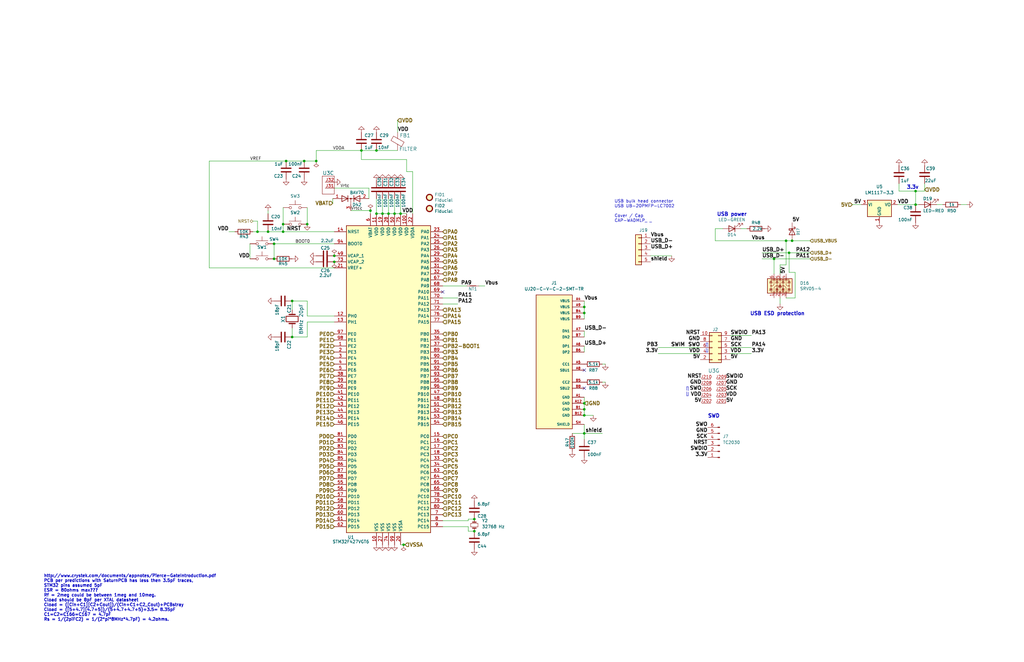
<source format=kicad_sch>
(kicad_sch (version 20250114) (generator "eeschema") (generator_version "9.0")
  (paper "B")
  (title_block (title "microRusEFI-2L") (date "2022-04-10") (rev "R0.6.0") (company "rusEFI.com") (comment 1 "Donald Becker") (comment 2 "AI6OD"))
  (text "SWD" (at 298.45 176.53 0) (effects (font (size 1.524 1.524) (thickness 0.3048) (bold yes)) (justify left bottom)))
  (text "USB bulk head connector\nUSB UB-20PMFP-LC7002\n\nCover / Cap\nCAP-WADMLP_ _" (at 259.08 93.98 0) (effects (font (size 1.27 1.27)) (justify left bottom)))
  (text "http://www.crystek.com/documents/appnotes/Pierce-GateIntroduction.pdf\nPCB per predictions with SaturnPCB has less then 3.5pF traces, \nSTM32 pins assumed 5pF\nESR = 80ohms max???\nRf = 2meg could be between 1meg and 10meg.\nCload should be 8pF per XTAL datasheet\nCload = ([Cin+C1][C2+Cout])/(Cin+C1+C2_Cout)+PCBstray\nCload = ([5+4.7][4.7+5])/(5+4.7+4.7+5)+3.5= 8.35pF\nC1=C2=C166=C167 = 4.7pF\nRs = 1/(2piFC2) = 1/(2*pi*8MHz*4.7pF) = 4.2ohms. " (at 18.415 262.255 0) (effects (font (size 1.27 1.27) (thickness 0.254) (bold yes)) (justify left bottom)))
  (text "3.3v" (at 382.27 80.01 0) (effects (font (size 1.524 1.524) (thickness 0.3048) (bold yes)) (justify left bottom)))
  (text "USB power" (at 302.26 91.44 0) (effects (font (size 1.524 1.524) (thickness 0.3048) (bold yes)) (justify left bottom)))
  (text "USB ESD protection" (at 316.23 133.35 0) (effects (font (size 1.524 1.524) (thickness 0.3048) (bold yes)) (justify left bottom)))
  (junction (at 123.19 142.24))
  (junction (at 133.35 67.945))
  (junction (at 140.97 107.95))
  (junction (at 166.37 90.17))
  (junction (at 326.39 109.22))
  (junction (at 168.91 90.17))
  (junction (at 163.83 90.17))
  (junction (at 161.29 90.17))
  (junction (at 119.38 94.615))
  (junction (at 140.97 110.49))
  (junction (at 113.03 97.79))
  (junction (at 119.38 97.79))
  (junction (at 158.75 63.5))
  (junction (at 170.18 229.87))
  (junction (at 246.38 170.18))
  (junction (at 123.19 127))
  (junction (at 156.21 88.9))
  (junction (at 386.08 86.36))
  (junction (at 120.65 67.945))
  (junction (at 152.4 63.5))
  (junction (at 128.27 67.945))
  (junction (at 246.38 129.54))
  (junction (at 200.025 224.155))
  (junction (at 158.75 90.17))
  (junction (at 331.47 101.6))
  (junction (at 129.54 94.615))
  (junction (at 386.08 80.645))
  (junction (at 115.57 102.87))
  (junction (at 115.57 109.22))
  (junction (at 332.74 106.68))
  (junction (at 246.38 175.26))
  (junction (at 246.38 172.72))
  (junction (at 200.025 219.075))
  (junction (at 246.38 132.08))
  (junction (at 108.585 97.79))
  (junction (at 246.38 182.88))
  (junction (at 334.01 101.6))
  (no_connect (at 246.38 156.21))
  (no_connect (at 186.69 123.19))
  (no_connect (at 246.38 163.83))
  (polyline (pts (xy 290.195 163.195) (xy 290.195 167.005)) (stroke (width 0) (type dash)))
  (wire (pts (xy 246.38 170.18) (xy 246.38 172.72)))
  (wire (pts (xy 170.18 229.87) (xy 170.815 229.87)))
  (wire (pts (xy 88.265 67.945) (xy 88.265 113.03)))
  (wire (pts (xy 163.83 90.17) (xy 166.37 90.17)))
  (wire (pts (xy 301.625 96.52) (xy 301.625 101.6)))
  (wire (pts (xy 128.27 67.945) (xy 133.35 67.945)))
  (wire (pts (xy 326.39 109.22) (xy 326.39 115.57)))
  (wire (pts (xy 129.54 87.63) (xy 129.54 94.615)))
  (wire (pts (xy 123.19 127) (xy 123.19 130.81)))
  (wire (pts (xy 326.39 109.22) (xy 341.63 109.22)))
  (wire (pts (xy 246.38 175.26) (xy 250.19 175.26)))
  (wire (pts (xy 405.13 86.36) (xy 407.67 86.36)))
  (wire (pts (xy 113.03 90.17) (xy 113.03 88.9)))
  (wire (pts (xy 321.31 109.22) (xy 326.39 109.22)))
  (wire (pts (xy 254 182.88) (xy 246.38 182.88)))
  (wire (pts (xy 246.38 182.88) (xy 241.3 182.88)))
  (wire (pts (xy 129.54 127) (xy 129.54 133.35)))
  (wire (pts (xy 186.69 128.27) (xy 193.04 128.27)))
  (polyline (pts (xy 290.195 167.005) (xy 289.56 167.005)) (stroke (width 0) (type dash)))
  (wire (pts (xy 119.38 87.63) (xy 119.38 94.615)))
  (wire (pts (xy 246.38 132.08) (xy 246.38 134.62)))
  (wire (pts (xy 246.38 167.64) (xy 246.38 170.18)))
  (wire (pts (xy 379.095 80.645) (xy 386.08 80.645)))
  (wire (pts (xy 140.97 79.375) (xy 155.575 79.375)))
  (wire (pts (xy 246.38 179.07) (xy 246.38 182.88)))
  (wire (pts (xy 186.69 219.71) (xy 197.485 219.71)))
  (wire (pts (xy 389.89 80.645) (xy 386.08 80.645)))
  (wire (pts (xy 389.89 77.47) (xy 389.89 80.645)))
  (wire (pts (xy 328.93 111.76) (xy 331.47 111.76)))
  (wire (pts (xy 156.21 88.9) (xy 156.21 90.17)))
  (wire (pts (xy 119.38 97.79) (xy 140.97 97.79)))
  (wire (pts (xy 168.91 83.82) (xy 168.91 90.17)))
  (wire (pts (xy 152.4 63.5) (xy 152.4 67.31)))
  (wire (pts (xy 88.265 113.03) (xy 140.97 113.03)))
  (wire (pts (xy 105.41 109.22) (xy 105.41 102.87)))
  (polyline (pts (xy 289.56 167.005) (xy 289.56 163.195)) (stroke (width 0) (type dash)))
  (wire (pts (xy 171.45 67.31) (xy 152.4 67.31)))
  (wire (pts (xy 155.575 79.375) (xy 155.575 83.82)))
  (wire (pts (xy 307.975 146.685) (xy 316.865 146.685)))
  (wire (pts (xy 246.38 127) (xy 246.38 129.54)))
  (wire (pts (xy 394.97 86.36) (xy 397.51 86.36)))
  (wire (pts (xy 386.08 86.36) (xy 387.35 86.36)))
  (wire (pts (xy 129.54 135.89) (xy 129.54 142.24)))
  (wire (pts (xy 140.335 83.82) (xy 140.335 85.725)))
  (wire (pts (xy 106.68 93.345) (xy 108.585 93.345)))
  (wire (pts (xy 108.585 93.345) (xy 108.585 97.79)))
  (wire (pts (xy 106.68 97.79) (xy 108.585 97.79)))
  (wire (pts (xy 99.06 97.79) (xy 96.52 97.79)))
  (wire (pts (xy 335.28 125.73) (xy 335.28 114.935)))
  (wire (pts (xy 378.46 86.36) (xy 386.08 86.36)))
  (wire (pts (xy 120.65 67.945) (xy 128.27 67.945)))
  (wire (pts (xy 133.35 63.5) (xy 133.35 67.945)))
  (wire (pts (xy 186.69 125.73) (xy 193.04 125.73)))
  (wire (pts (xy 295.275 146.685) (xy 277.495 146.685)))
  (wire (pts (xy 119.38 94.615) (xy 119.38 97.79)))
  (wire (pts (xy 379.095 77.47) (xy 379.095 80.645)))
  (wire (pts (xy 173.99 72.39) (xy 171.45 72.39)))
  (wire (pts (xy 168.91 229.87) (xy 170.18 229.87)))
  (wire (pts (xy 115.57 102.87) (xy 140.97 102.87)))
  (wire (pts (xy 274.32 107.95) (xy 283.21 107.95)))
  (polyline (pts (xy 298.45 144.78) (xy 298.45 148.59)) (stroke (width 0) (type dash)))
  (wire (pts (xy 88.265 67.945) (xy 120.65 67.945)))
  (wire (pts (xy 186.69 120.65) (xy 196.85 120.65)))
  (wire (pts (xy 158.75 90.17) (xy 161.29 90.17)))
  (wire (pts (xy 331.47 125.73) (xy 335.28 125.73)))
  (wire (pts (xy 140.97 135.89) (xy 129.54 135.89)))
  (wire (pts (xy 161.29 83.82) (xy 161.29 90.17)))
  (wire (pts (xy 113.03 97.79) (xy 119.38 97.79)))
  (wire (pts (xy 331.47 101.6) (xy 331.47 111.76)))
  (wire (pts (xy 246.38 129.54) (xy 246.38 132.08)))
  (wire (pts (xy 171.45 67.31) (xy 171.45 72.39)))
  (wire (pts (xy 307.975 149.225) (xy 316.865 149.225)))
  (wire (pts (xy 246.38 182.88) (xy 246.38 185.42)))
  (polyline (pts (xy 298.45 148.59) (xy 297.815 148.59)) (stroke (width 0) (type dash)))
  (wire (pts (xy 173.99 90.17) (xy 173.99 72.39)))
  (wire (pts (xy 295.275 149.225) (xy 277.495 149.225)))
  (wire (pts (xy 255.27 153.67) (xy 254 153.67)))
  (wire (pts (xy 133.35 63.5) (xy 152.4 63.5)))
  (wire (pts (xy 246.38 139.7) (xy 246.38 142.24)))
  (wire (pts (xy 246.38 172.72) (xy 246.38 175.26)))
  (wire (pts (xy 386.08 80.645) (xy 386.08 86.36)))
  (polyline (pts (xy 297.815 148.59) (xy 297.815 144.78)) (stroke (width 0) (type dash)))
  (wire (pts (xy 161.29 90.17) (xy 163.83 90.17)))
  (polyline (pts (xy 297.815 144.78) (xy 298.45 144.78)) (stroke (width 0) (type dash)))
  (wire (pts (xy 328.93 115.57) (xy 328.93 111.76)))
  (wire (pts (xy 108.585 97.79) (xy 113.03 97.79)))
  (wire (pts (xy 321.31 106.68) (xy 332.74 106.68)))
  (wire (pts (xy 332.74 106.68) (xy 341.63 106.68)))
  (wire (pts (xy 334.01 101.6) (xy 341.63 101.6)))
  (wire (pts (xy 246.38 146.05) (xy 246.38 148.59)))
  (wire (pts (xy 186.69 222.25) (xy 197.485 222.25)))
  (wire (pts (xy 197.485 219.71) (xy 197.485 219.075)))
  (wire (pts (xy 328.93 128.27) (xy 328.93 125.73)))
  (wire (pts (xy 197.485 219.075) (xy 200.025 219.075)))
  (wire (pts (xy 197.485 222.25) (xy 197.485 224.155)))
  (wire (pts (xy 167.64 50.8) (xy 167.64 55.88)))
  (wire (pts (xy 168.91 90.17) (xy 171.45 90.17)))
  (wire (pts (xy 140.97 133.35) (xy 129.54 133.35)))
  (wire (pts (xy 163.83 83.82) (xy 163.83 90.17)))
  (wire (pts (xy 115.57 109.22) (xy 115.57 102.87)))
  (wire (pts (xy 312.42 96.52) (xy 314.96 96.52)))
  (wire (pts (xy 301.625 96.52) (xy 304.8 96.52)))
  (wire (pts (xy 166.37 90.17) (xy 168.91 90.17)))
  (wire (pts (xy 123.19 138.43) (xy 123.19 142.24)))
  (wire (pts (xy 332.74 114.935) (xy 335.28 114.935)))
  (wire (pts (xy 363.22 86.36) (xy 359.41 86.36)))
  (wire (pts (xy 331.47 101.6) (xy 334.01 101.6)))
  (wire (pts (xy 332.74 106.68) (xy 332.74 114.935)))
  (wire (pts (xy 301.625 101.6) (xy 331.47 101.6)))
  (wire (pts (xy 152.4 63.5) (xy 158.75 63.5)))
  (polyline (pts (xy 289.56 163.195) (xy 290.195 163.195)) (stroke (width 0) (type dash)))
  (wire (pts (xy 129.54 127) (xy 123.19 127)))
  (wire (pts (xy 255.27 161.29) (xy 254 161.29)))
  (wire (pts (xy 201.93 120.65) (xy 204.47 120.65)))
  (wire (pts (xy 129.54 142.24) (xy 123.19 142.24)))
  (wire (pts (xy 197.485 224.155) (xy 200.025 224.155)))
  (wire (pts (xy 158.75 63.5) (xy 167.64 63.5)))
  (wire (pts (xy 307.975 141.605) (xy 316.865 141.605)))
  (wire (pts (xy 147.955 88.9) (xy 156.21 88.9)))
  (wire (pts (xy 158.75 83.82) (xy 158.75 90.17)))
  (wire (pts (xy 166.37 83.82) (xy 166.37 90.17)))
  (label "3.3V" (at 277.495 149.225 180) (effects (font (size 1.524 1.524) (thickness 0.3048) (bold yes))))
  (label "Vbus" (at 246.38 127 0) (effects (font (size 1.524 1.524) (thickness 0.3048) (bold yes))))
  (label "GND" (at 298.45 182.88 180) (effects (font (size 1.524 1.524) (thickness 0.3048) (bold yes))))
  (label "NRST" (at 295.275 141.605 180) (effects (font (size 1.524 1.524) (thickness 0.3048) (bold yes))))
  (label "Vbus" (at 274.32 100.33 0) (effects (font (size 1.524 1.524) (thickness 0.3048) (bold yes))))
  (label "PA12" (at 193.04 128.27 0) (effects (font (size 1.524 1.524) (thickness 0.3048) (bold yes))))
  (label "VDD" (at 169.545 90.17 0) (effects (font (size 1.524 1.524) (thickness 0.3048) (bold yes))))
  (label "VDD" (at 378.46 86.36 0) (effects (font (size 1.524 1.524) (thickness 0.3048) (bold yes))))
  (label "SCK" (at 298.45 185.42 180) (effects (font (size 1.524 1.524) (thickness 0.3048) (bold yes))))
  (label "5V" (at 295.275 151.765 180) (effects (font (size 1.524 1.524) (thickness 0.3048) (bold yes))))
  (label "3.3V" (at 316.865 149.225 0) (effects (font (size 1.524 1.524) (thickness 0.3048) (bold yes))))
  (label "Vbus" (at 204.47 120.65 0) (effects (font (size 1.524 1.524) (thickness 0.3048) (bold yes))))
  (label "shield" (at 254 182.88 180) (effects (font (size 1.524 1.524) (thickness 0.3048) (bold yes))))
  (label "USB_D+" (at 274.32 105.41 0) (effects (font (size 1.524 1.524) (thickness 0.3048) (bold yes))))
  (label "SWO" (at 295.91 165.1 180) (effects (font (size 1.524 1.524) (thickness 0.3048) (bold yes))))
  (label "SWDIO" (at 307.975 141.605 0) (effects (font (size 1.524 1.524) (thickness 0.3048) (bold yes))))
  (label "USB_D-" (at 246.38 139.7 0) (effects (font (size 1.524 1.524) (thickness 0.3048) (bold yes))))
  (label "VREF" (at 105.41 67.945 0))
  (label "Vrtc" (at 143.51 79.375 0))
  (label "NRST" (at 127 97.79 180) (effects (font (size 1.524 1.524) (thickness 0.3048) (bold yes))))
  (label "SWIM" (at 288.925 146.685 180) (effects (font (size 1.524 1.524) (thickness 0.3048) (bold yes))))
  (label "5V" (at 307.975 151.765 0) (effects (font (size 1.524 1.524) (thickness 0.3048) (bold yes))))
  (label "SWO" (at 295.275 146.685 180) (effects (font (size 1.524 1.524) (thickness 0.3048) (bold yes))))
  (label "GND" (at 295.275 144.145 180) (effects (font (size 1.524 1.524) (thickness 0.3048) (bold yes))))
  (label "NRST" (at 298.45 187.96 180) (effects (font (size 1.524 1.524) (thickness 0.3048) (bold yes))))
  (label "VDD" (at 307.975 149.225 0) (effects (font (size 1.524 1.524) (thickness 0.3048) (bold yes))))
  (label "VDD" (at 295.275 149.225 180) (effects (font (size 1.524 1.524) (thickness 0.3048) (bold yes))))
  (label "PB3" (at 277.495 146.685 180) (effects (font (size 1.524 1.524) (thickness 0.3048) (bold yes))))
  (label "5V" (at 363.22 86.36 180) (effects (font (size 1.524 1.524) (thickness 0.3048) (bold yes))))
  (label "GND" (at 306.07 162.56 0) (effects (font (size 1.524 1.524) (thickness 0.3048) (bold yes))))
  (label "PA12" (at 341.63 106.68 180) (effects (font (size 1.524 1.524) (thickness 0.3048) (bold yes))))
  (label "PA11" (at 193.04 125.73 0) (effects (font (size 1.524 1.524) (thickness 0.3048) (bold yes))))
  (label "PA13" (at 316.865 141.605 0) (effects (font (size 1.524 1.524) (thickness 0.3048) (bold yes))))
  (label "PA14" (at 316.865 146.685 0) (effects (font (size 1.524 1.524) (thickness 0.3048) (bold yes))))
  (label "3.3V" (at 298.45 193.04 180) (effects (font (size 1.524 1.524) (thickness 0.3048) (bold yes))))
  (label "SWDIO" (at 306.07 160.02 0) (effects (font (size 1.524 1.524) (thickness 0.3048) (bold yes))))
  (label "Vrtcc" (at 147.955 88.9 0))
  (label "GND" (at 307.975 144.145 0) (effects (font (size 1.524 1.524) (thickness 0.3048) (bold yes))))
  (label "PA11" (at 341.63 109.22 180) (effects (font (size 1.524 1.524) (thickness 0.3048) (bold yes))))
  (label "USB_D+" (at 246.38 146.05 0) (effects (font (size 1.524 1.524) (thickness 0.3048) (bold yes))))
  (label "SCK" (at 306.07 165.1 0) (effects (font (size 1.524 1.524) (thickness 0.3048) (bold yes))))
  (label "5V" (at 306.07 170.18 0) (effects (font (size 1.524 1.524) (thickness 0.3048) (bold yes))))
  (label "VDD" (at 105.41 109.22 180) (effects (font (size 1.524 1.524) (thickness 0.3048) (bold yes))))
  (label "BOOT0" (at 124.46 102.87 0))
  (label "VDD" (at 295.91 167.64 180) (effects (font (size 1.524 1.524) (thickness 0.3048) (bold yes))))
  (label "5V" (at 295.91 170.18 180) (effects (font (size 1.524 1.524) (thickness 0.3048) (bold yes))))
  (label "NRST" (at 295.91 160.02 180) (effects (font (size 1.524 1.524) (thickness 0.3048) (bold yes))))
  (label "5V" (at 334.01 93.98 0) (effects (font (size 1.524 1.524) (thickness 0.3048) (bold yes))))
  (label "USB_D+" (at 321.31 106.68 0) (effects (font (size 1.524 1.524) (thickness 0.3048) (bold yes))))
  (label "GND" (at 295.91 162.56 180) (effects (font (size 1.524 1.524) (thickness 0.3048) (bold yes))))
  (label "shield" (at 274.32 110.49 0) (effects (font (size 1.524 1.524) (thickness 0.3048) (bold yes))))
  (label "VDD" (at 96.52 97.79 180) (effects (font (size 1.524 1.524) (thickness 0.3048) (bold yes))))
  (label "USB_D-" (at 274.32 102.87 0) (effects (font (size 1.524 1.524) (thickness 0.3048) (bold yes))))
  (label "VDD" (at 167.64 55.88 0) (effects (font (size 1.524 1.524) (thickness 0.3048) (bold yes))))
  (label "5V" (at 331.47 115.57 90) (effects (font (size 1.524 1.524) (thickness 0.3048) (bold yes))))
  (label "SCK" (at 307.975 146.685 0) (effects (font (size 1.524 1.524) (thickness 0.3048) (bold yes))))
  (label "SWO" (at 298.45 180.34 180) (effects (font (size 1.524 1.524) (thickness 0.3048) (bold yes))))
  (label "SWDIO" (at 298.45 190.5 180) (effects (font (size 1.524 1.524) (thickness 0.3048) (bold yes))))
  (label "VDD" (at 306.07 167.64 0) (effects (font (size 1.524 1.524) (thickness 0.3048) (bold yes))))
  (label "Vbus" (at 322.58 101.6 180) (effects (font (size 1.524 1.524) (thickness 0.3048) (bold yes))))
  (label "USB_D-" (at 321.31 109.22 0) (effects (font (size 1.524 1.524) (thickness 0.3048) (bold yes))))
  (label "PA9" (at 194.31 120.65 0) (effects (font (size 1.524 1.524) (thickness 0.3048) (bold yes))))
  (label "VDDA" (at 140.335 63.5 0))
  (hierarchical_label "PA2" (shape input) (at 186.69 102.87 0) (effects (font (size 1.524 1.524) (thickness 0.3048) (bold yes))))
  (hierarchical_label "PD14" (shape input) (at 140.97 219.71 180) (effects (font (size 1.524 1.524) (thickness 0.3048) (bold yes))))
  (hierarchical_label "PA5" (shape input) (at 186.69 110.49 0) (effects (font (size 1.524 1.524) (thickness 0.3048) (bold yes))))
  (hierarchical_label "PB8" (shape input) (at 186.69 161.29 0) (effects (font (size 1.524 1.524) (thickness 0.3048) (bold yes))))
  (hierarchical_label "PE3" (shape input) (at 140.97 148.59 180) (effects (font (size 1.524 1.524) (thickness 0.3048) (bold yes))))
  (hierarchical_label "PD9" (shape input) (at 140.97 207.01 180) (effects (font (size 1.524 1.524) (thickness 0.3048) (bold yes))))
  (hierarchical_label "USB_D-" (shape input) (at 341.63 109.22 0) (effects (font (thickness 0.254) (bold yes))))
  (hierarchical_label "PA8" (shape input) (at 186.69 118.11 0) (effects (font (size 1.524 1.524) (thickness 0.3048) (bold yes))))
  (hierarchical_label "PC1" (shape input) (at 186.69 186.69 0) (effects (font (size 1.524 1.524) (thickness 0.3048) (bold yes))))
  (hierarchical_label "PE2" (shape input) (at 140.97 146.05 180) (effects (font (size 1.524 1.524) (thickness 0.3048) (bold yes))))
  (hierarchical_label "5V" (shape input) (at 359.41 86.36 180) (effects (font (size 1.524 1.524) (thickness 0.3048) (bold yes))))
  (hierarchical_label "PC12" (shape input) (at 186.69 214.63 0) (effects (font (size 1.524 1.524) (thickness 0.3048) (bold yes))))
  (hierarchical_label "PE15" (shape input) (at 140.97 179.07 180) (effects (font (size 1.524 1.524) (thickness 0.3048) (bold yes))))
  (hierarchical_label "USB_VBUS" (shape input) (at 341.63 101.6 0) (effects (font (thickness 0.254) (bold yes))))
  (hierarchical_label "PA0" (shape input) (at 186.69 97.79 0) (effects (font (size 1.524 1.524) (thickness 0.3048) (bold yes))))
  (hierarchical_label "PA15" (shape input) (at 186.69 135.89 0) (effects (font (size 1.524 1.524) (thickness 0.3048) (bold yes))))
  (hierarchical_label "PC8" (shape input) (at 186.69 204.47 0) (effects (font (size 1.524 1.524) (thickness 0.3048) (bold yes))))
  (hierarchical_label "PD11" (shape input) (at 140.97 212.09 180) (effects (font (size 1.524 1.524) (thickness 0.3048) (bold yes))))
  (hierarchical_label "PE13" (shape input) (at 140.97 173.99 180) (effects (font (size 1.524 1.524) (thickness 0.3048) (bold yes))))
  (hierarchical_label "PA1" (shape input) (at 186.69 100.33 0) (effects (font (size 1.524 1.524) (thickness 0.3048) (bold yes))))
  (hierarchical_label "PD1" (shape input) (at 140.97 186.69 180) (effects (font (size 1.524 1.524) (thickness 0.3048) (bold yes))))
  (hierarchical_label "PB5" (shape input) (at 186.69 153.67 0) (effects (font (size 1.524 1.524) (thickness 0.3048) (bold yes))))
  (hierarchical_label "PC0" (shape input) (at 186.69 184.15 0) (effects (font (size 1.524 1.524) (thickness 0.3048) (bold yes))))
  (hierarchical_label "VSSA" (shape input) (at 170.815 229.87 0) (effects (font (size 1.524 1.524) (thickness 0.3048) (bold yes))))
  (hierarchical_label "PC6" (shape input) (at 186.69 199.39 0) (effects (font (size 1.524 1.524) (thickness 0.3048) (bold yes))))
  (hierarchical_label "PD12" (shape input) (at 140.97 214.63 180) (effects (font (size 1.524 1.524) (thickness 0.3048) (bold yes))))
  (hierarchical_label "PB3" (shape input) (at 186.69 148.59 0) (effects (font (size 1.524 1.524) (thickness 0.3048) (bold yes))))
  (hierarchical_label "PE14" (shape input) (at 140.97 176.53 180) (effects (font (size 1.524 1.524) (thickness 0.3048) (bold yes))))
  (hierarchical_label "PC9" (shape input) (at 186.69 207.01 0) (effects (font (size 1.524 1.524) (thickness 0.3048) (bold yes))))
  (hierarchical_label "PD7" (shape input) (at 140.97 201.93 180) (effects (font (size 1.524 1.524) (thickness 0.3048) (bold yes))))
  (hierarchical_label "PB0" (shape input) (at 186.69 140.97 0) (effects (font (size 1.524 1.524) (thickness 0.3048) (bold yes))))
  (hierarchical_label "NRST" (shape bidirectional) (at 106.68 93.345 180))
  (hierarchical_label "PB9" (shape input) (at 186.69 163.83 0) (effects (font (size 1.524 1.524) (thickness 0.3048) (bold yes))))
  (hierarchical_label "PD13" (shape input) (at 140.97 217.17 180) (effects (font (size 1.524 1.524) (thickness 0.3048) (bold yes))))
  (hierarchical_label "PB13" (shape input) (at 186.69 173.99 0) (effects (font (size 1.524 1.524) (thickness 0.3048) (bold yes))))
  (hierarchical_label "VDD" (shape input) (at 389.89 80.01 0) (effects (font (size 1.524 1.524) (thickness 0.3048) (bold yes))))
  (hierarchical_label "PB1" (shape input) (at 186.69 143.51 0) (effects (font (size 1.524 1.524) (thickness 0.3048) (bold yes))))
  (hierarchical_label "VDD" (shape input) (at 167.64 50.8 0) (effects (font (size 1.524 1.524) (thickness 0.3048) (bold yes))))
  (hierarchical_label "PC10" (shape input) (at 186.69 209.55 0) (effects (font (size 1.524 1.524) (thickness 0.3048) (bold yes))))
  (hierarchical_label "PE9" (shape input) (at 140.97 163.83 180) (effects (font (size 1.524 1.524) (thickness 0.3048) (bold yes))))
  (hierarchical_label "PD0" (shape input) (at 140.97 184.15 180) (effects (font (size 1.524 1.524) (thickness 0.3048) (bold yes))))
  (hierarchical_label "PA3" (shape input) (at 186.69 105.41 0) (effects (font (size 1.524 1.524) (thickness 0.3048) (bold yes))))
  (hierarchical_label "PB4" (shape input) (at 186.69 151.13 0) (effects (font (size 1.524 1.524) (thickness 0.3048) (bold yes))))
  (hierarchical_label "PB6" (shape input) (at 186.69 156.21 0) (effects (font (size 1.524 1.524) (thickness 0.3048) (bold yes))))
  (hierarchical_label "PE5" (shape input) (at 140.97 153.67 180) (effects (font (size 1.524 1.524) (thickness 0.3048) (bold yes))))
  (hierarchical_label "PE12" (shape input) (at 140.97 171.45 180) (effects (font (size 1.524 1.524) (thickness 0.3048) (bold yes))))
  (hierarchical_label "PC5" (shape input) (at 186.69 196.85 0) (effects (font (size 1.524 1.524) (thickness 0.3048) (bold yes))))
  (hierarchical_label "PC11" (shape input) (at 186.69 212.09 0) (effects (font (size 1.524 1.524) (thickness 0.3048) (bold yes))))
  (hierarchical_label "PD4" (shape input) (at 140.97 194.31 180) (effects (font (size 1.524 1.524) (thickness 0.3048) (bold yes))))
  (hierarchical_label "PE11" (shape input) (at 140.97 168.91 180) (effects (font (size 1.524 1.524) (thickness 0.3048) (bold yes))))
  (hierarchical_label "PE4" (shape input) (at 140.97 151.13 180) (effects (font (size 1.524 1.524) (thickness 0.3048) (bold yes))))
  (hierarchical_label "PA6" (shape input) (at 186.69 113.03 0) (effects (font (size 1.524 1.524) (thickness 0.3048) (bold yes))))
  (hierarchical_label "PD10" (shape input) (at 140.97 209.55 180) (effects (font (size 1.524 1.524) (thickness 0.3048) (bold yes))))
  (hierarchical_label "GND" (shape input) (at 246.38 170.18 0) (effects (font (size 1.524 1.524) (thickness 0.3048) (bold yes))))
  (hierarchical_label "PD2" (shape input) (at 140.97 189.23 180) (effects (font (size 1.524 1.524) (thickness 0.3048) (bold yes))))
  (hierarchical_label "PE6" (shape input) (at 140.97 156.21 180) (effects (font (size 1.524 1.524) (thickness 0.3048) (bold yes))))
  (hierarchical_label "PC4" (shape input) (at 186.69 194.31 0) (effects (font (size 1.524 1.524) (thickness 0.3048) (bold yes))))
  (hierarchical_label "PE0" (shape input) (at 140.97 140.97 180) (effects (font (size 1.524 1.524) (thickness 0.3048) (bold yes))))
  (hierarchical_label "PD8" (shape input) (at 140.97 204.47 180) (effects (font (size 1.524 1.524) (thickness 0.3048) (bold yes))))
  (hierarchical_label "PB15" (shape input) (at 186.69 179.07 0) (effects (font (size 1.524 1.524) (thickness 0.3048) (bold yes))))
  (hierarchical_label "PB14" (shape input) (at 186.69 176.53 0) (effects (font (size 1.524 1.524) (thickness 0.3048) (bold yes))))
  (hierarchical_label "PC7" (shape input) (at 186.69 201.93 0) (effects (font (size 1.524 1.524) (thickness 0.3048) (bold yes))))
  (hierarchical_label "PE7" (shape input) (at 140.97 158.75 180) (effects (font (size 1.524 1.524) (thickness 0.3048) (bold yes))))
  (hierarchical_label "PB2-BOOT1" (shape input) (at 186.69 146.05 0) (effects (font (size 1.524 1.524) (thickness 0.3048) (bold yes))))
  (hierarchical_label "PC3" (shape input) (at 186.69 191.77 0) (effects (font (size 1.524 1.524) (thickness 0.3048) (bold yes))))
  (hierarchical_label "PE1" (shape input) (at 140.97 143.51 180) (effects (font (size 1.524 1.524) (thickness 0.3048) (bold yes))))
  (hierarchical_label "PB12" (shape input) (at 186.69 171.45 0) (effects (font (size 1.524 1.524) (thickness 0.3048) (bold yes))))
  (hierarchical_label "PC2" (shape input) (at 186.69 189.23 0) (effects (font (size 1.524 1.524) (thickness 0.3048) (bold yes))))
  (hierarchical_label "PD6" (shape input) (at 140.97 199.39 180) (effects (font (size 1.524 1.524) (thickness 0.3048) (bold yes))))
  (hierarchical_label "PE8" (shape input) (at 140.97 161.29 180) (effects (font (size 1.524 1.524) (thickness 0.3048) (bold yes))))
  (hierarchical_label "PA14" (shape input) (at 186.69 133.35 0) (effects (font (size 1.524 1.524) (thickness 0.3048) (bold yes))))
  (hierarchical_label "PB11" (shape input) (at 186.69 168.91 0) (effects (font (size 1.524 1.524) (thickness 0.3048) (bold yes))))
  (hierarchical_label "USB_D+" (shape input) (at 341.63 106.68 0) (effects (font (thickness 0.254) (bold yes))))
  (hierarchical_label "PB7" (shape input) (at 186.69 158.75 0) (effects (font (size 1.524 1.524) (thickness 0.3048) (bold yes))))
  (hierarchical_label "PD3" (shape input) (at 140.97 191.77 180) (effects (font (size 1.524 1.524) (thickness 0.3048) (bold yes))))
  (hierarchical_label "PE10" (shape input) (at 140.97 166.37 180) (effects (font (size 1.524 1.524) (thickness 0.3048) (bold yes))))
  (hierarchical_label "PA13" (shape input) (at 186.69 130.81 0) (effects (font (size 1.524 1.524) (thickness 0.3048) (bold yes))))
  (hierarchical_label "PB10" (shape input) (at 186.69 166.37 0) (effects (font (size 1.524 1.524) (thickness 0.3048) (bold yes))))
  (hierarchical_label "PC13" (shape input) (at 186.69 217.17 0) (effects (font (size 1.524 1.524) (thickness 0.3048) (bold yes))))
  (hierarchical_label "PD5" (shape input) (at 140.97 196.85 180) (effects (font (size 1.524 1.524) (thickness 0.3048) (bold yes))))
  (hierarchical_label "PA7" (shape input) (at 186.69 115.57 0) (effects (font (size 1.524 1.524) (thickness 0.3048) (bold yes))))
  (hierarchical_label "VBAT" (shape input) (at 140.335 85.725 180) (effects (font (size 1.524 1.524) (thickness 0.3048) (bold yes))))
  (hierarchical_label "PD15" (shape input) (at 140.97 222.25 180) (effects (font (size 1.524 1.524) (thickness 0.3048) (bold yes))))
  (hierarchical_label "PA4" (shape input) (at 186.69 107.95 0) (effects (font (size 1.524 1.524) (thickness 0.3048) (bold yes))))
  (symbol (lib_id "power:GND") (at 158.75 229.87 0) (unit 1)
    (property "Reference" "#PWR0108" (effects (hide yes)))
    (property "Value" "GND" (effects (hide yes)))
  )
  (symbol (lib_id "Device:C") (at 137.16 107.95 270) (unit 1)
    (property "Reference" "C25" (at 137.16 104.648 90))
    (property "Value" "2.2uF" (at 135.255 101.6 90) (effects (justify left)))
    (property "Footprint" "Capacitor_SMD:C_0603_1608Metric" (effects (hide yes)))
    (property "PageName" "stm32f407_board" (effects (hide yes)))
    (property "Part #" "GRM188R6YA225KA12D" (effects (hide yes)))
    (property "VEND" "DIGI" (effects (hide yes)))
    (property "VEND#" "490-7204-1-ND" (effects (hide yes)))
    (property "Manufacturer" "MURATA" (effects (hide yes)))
    (property "LCSC" "C23630" (effects (hide yes)))
  )
  (symbol (lib_id "Device:C") (at 137.16 110.49 270) (unit 1)
    (property "Reference" "C26" (at 137.16 114.173 90))
    (property "Value" "2.2uF" (at 134.62 116.205 90) (effects (justify left)))
    (property "Footprint" "Capacitor_SMD:C_0603_1608Metric" (effects (hide yes)))
    (property "PageName" "stm32f407_board" (effects (hide yes)))
    (property "LCSC" "C23630" (effects (hide yes)))
    (property "Part #" "GRM188R6YA225KA12D" (effects (hide yes)))
    (property "VEND" "DIGI" (effects (hide yes)))
    (property "VEND#" "490-7204-1-ND" (effects (hide yes)))
    (property "Manufacturer" "MURATA" (effects (hide yes)))
  )
  (symbol (lib_id "power:GND") (at 133.35 107.95 270) (unit 1)
    (property "Reference" "#PWR0111" (effects (hide yes)))
    (property "Value" "GND" (effects (hide yes)))
  )
  (symbol (lib_id "power:GND") (at 133.35 110.49 270) (unit 1)
    (property "Reference" "#PWR0112" (effects (hide yes)))
    (property "Value" "GND" (effects (hide yes)))
  )
  (symbol (lib_id "Device:Crystal") (at 123.19 134.62 90) (unit 1)
    (property "Reference" "X1" (at 119.38 134.62 0) (effects (font (size 1.524 1.524))))
    (property "Value" "8MHz 20pF" (at 127 134.62 0) (effects (font (size 1.524 1.524))))
    (property "Footprint" "Crystal:Crystal_SMD_5032-2Pin_5.0x3.2mm" (effects (hide yes)))
    (property "PageName" "stm32f407_board" (effects (hide yes)))
    (property "LCSC" "C115962" (effects (hide yes)))
  )
  (symbol (lib_id "Device:C") (at 152.4 59.69 0) (unit 1)
    (property "Reference" "C27" (at 153.67 57.15 0) (effects (justify left)))
    (property "Value" "1uF" (at 153.67 62.23 0) (effects (justify left)))
    (property "Footprint" "Capacitor_SMD:C_0603_1608Metric" (effects (hide yes)))
    (property "Part #" "UMK107BJ105KA-T" (effects (hide yes)))
    (property "VEND" "DIGI" (effects (hide yes)))
    (property "VEND#" "587-2400-1-ND" (effects (hide yes)))
    (property "Manufacturer" "Taiyo Yuden" (effects (hide yes)))
    (property "LCSC" "C15849" (effects (hide yes)))
  )
  (symbol (lib_id "Device:C") (at 158.75 59.69 0) (unit 1)
    (property "Reference" "C29" (at 160.02 57.15 0) (effects (justify left)))
    (property "Value" "10nF" (at 159.385 62.23 0) (effects (justify left)))
    (property "Footprint" "Capacitor_SMD:C_0603_1608Metric" (effects (hide yes)))
    (property "Part #" "C0603C103K1RACTU" (effects (hide yes)))
    (property "VEND" "DIGI" (effects (hide yes)))
    (property "VEND#" "399-3189-1-ND" (effects (hide yes)))
    (property "Manufacturer" "KEMET" (effects (hide yes)))
    (property "LCSC" "C57112" (effects (hide yes)))
  )
  (symbol (lib_id "power:GND") (at 158.75 55.88 180) (unit 1)
    (property "Reference" "#PWR0115" (effects (hide yes)))
    (property "Value" "GND" (effects (hide yes)))
  )
  (symbol (lib_id "Device:C") (at 166.37 80.01 0) (unit 1)
    (property "Reference" "C33" (at 167.64 78.74 90) (effects (justify left)))
    (property "Value" "100nF" (at 167.64 87.63 90) (effects (justify left)))
    (property "Footprint" "Capacitor_SMD:C_0603_1608Metric" (effects (hide yes)))
    (property "PageName" "stm32f407_board" (effects (hide yes)))
    (property "LCSC" "C14663" (effects (hide yes)))
    (property "Manufacturer" "KEMET" (effects (hide yes)))
    (property "Part #" "C0603C104J5RACTU" (effects (hide yes)))
    (property "VEND" "DIGI" (effects (hide yes)))
    (property "VEND#" "399-7844-1-ND" (effects (hide yes)))
  )
  (symbol (lib_id "power:GND") (at 166.37 76.2 180) (unit 1)
    (property "Reference" "#PWR0123" (effects (hide yes)))
    (property "Value" "GND" (effects (hide yes)))
  )
  (symbol (lib_id "Device:D_Schottky") (at 334.01 97.79 270) (unit 1)
    (property "Reference" "D17" (at 336.55 97.79 0) (effects (font (size 1.016 1.016))))
    (property "Value" "B5819W" (effects (hide yes)))
    (property "Footprint" "Diode_SMD:D_SOD-123" (effects (hide yes)))
    (property "LCSC" "C8598" (effects (hide yes)))
  )
  (symbol (lib_id "Device:Ferrite_Bead") (at 167.64 59.69 0) (unit 1)
    (property "Reference" "FB1" (at 170.815 57.15 0) (effects (font (size 1.524 1.524))))
    (property "Value" "FILTER" (at 172.085 62.865 0) (effects (font (size 1.524 1.524))))
    (property "Footprint" "Resistor_SMD:R_0603_1608Metric_Pad1.05x0.95mm_HandSolder" (effects (hide yes)))
    (property "PageName" "stm32f407_board" (effects (hide yes)))
    (property "Part #" "BLM21PG221SN1D" (effects (hide yes)))
    (property "VEND" "DIGI" (effects (hide yes)))
    (property "VEND#" "490-1054-1-ND" (effects (hide yes)))
    (property "Manufacturer" "Murata " (effects (hide yes)))
    (property "LCSC" "C1034" (effects (hide yes)))
  )
  (symbol (lib_id "power:GND") (at 163.83 229.87 0) (unit 1)
    (property "Reference" "#PWR0117" (effects (hide yes)))
    (property "Value" "GND" (effects (hide yes)))
  )
  (symbol (lib_id "power:GND") (at 152.4 55.88 180) (unit 1)
    (property "Reference" "#PWR0114" (effects (hide yes)))
    (property "Value" "GND" (effects (hide yes)))
  )
  (symbol (lib_id "Device:R") (at 102.87 97.79 90) (mirror x) (unit 1)
    (property "Reference" "R43" (at 102.87 99.822 90))
    (property "Value" "10K" (at 102.87 97.79 90))
    (property "Footprint" "Resistor_SMD:R_0603_1608Metric" (effects (hide yes)))
    (property "Datasheet" "TBD" (effects (hide yes)))
    (property "Part #" "RMCF0603JT10K0" (effects (hide yes)))
    (property "VEND" "DIGI" (effects (hide yes)))
    (property "VEND#" "RMCF0603JT10K0CT-ND" (effects (hide yes)))
    (property "Manufacturer" "StackPole" (effects (hide yes)))
    (property "LCSC" "C25804" (effects (hide yes)))
  )
  (symbol (lib_id "power:GND") (at 113.03 88.9 180) (unit 1)
    (property "Reference" "#PWR0120" (effects (hide yes)))
    (property "Value" "GND" (effects (hide yes)))
  )
  (symbol (lib_id "Device:C") (at 168.91 80.01 0) (unit 1)
    (property "Reference" "C34" (at 170.18 78.74 90) (effects (justify left)))
    (property "Value" "100nF" (at 170.18 87.63 90) (effects (justify left)))
    (property "Footprint" "Capacitor_SMD:C_0603_1608Metric" (effects (hide yes)))
    (property "PageName" "stm32f407_board" (effects (hide yes)))
    (property "LCSC" "C14663" (effects (hide yes)))
    (property "Manufacturer" "KEMET" (effects (hide yes)))
    (property "Part #" "C0603C104J5RACTU" (effects (hide yes)))
    (property "VEND" "DIGI" (effects (hide yes)))
    (property "VEND#" "399-7844-1-ND" (effects (hide yes)))
  )
  (symbol (lib_id "power:GND") (at 168.91 76.2 180) (unit 1)
    (property "Reference" "#PWR0122" (effects (hide yes)))
    (property "Value" "GND" (effects (hide yes)))
  )
  (symbol (lib_id "power:GND") (at 166.37 229.87 0) (unit 1)
    (property "Reference" "#PWR0125" (effects (hide yes)))
    (property "Value" "GND" (effects (hide yes)))
  )
  (symbol (lib_id "power:GND") (at 161.29 229.87 0) (unit 1)
    (property "Reference" "#PWR0127" (effects (hide yes)))
    (property "Value" "GND" (effects (hide yes)))
  )
  (symbol (lib_id "power:GND") (at 389.89 69.85 180) (unit 1)
    (property "Reference" "#PWR0101" (effects (hide yes)))
    (property "Value" "GND" (effects (hide yes)))
  )
  (symbol (lib_id "Device:C") (at 119.38 142.24 270) (unit 1)
    (property "Reference" "C22" (at 121.92 143.51 0) (effects (justify left)))
    (property "Value" "18pF" (at 116.84 143.51 0) (effects (justify left)))
    (property "Footprint" "Capacitor_SMD:C_0603_1608Metric" (effects (hide yes)))
    (property "PageName" "stm32f407_board" (effects (hide yes)))
    (property "Part #" "CL10C180JB8NNNC" (effects (hide yes)))
    (property "VEND" "DIGI" (effects (hide yes)))
    (property "VEND#" "1276-1089-1-ND" (effects (hide yes)))
    (property "LCSC" "C1647" (effects (hide yes)))
  )
  (symbol (lib_id "power:GND") (at 115.57 127 270) (unit 1)
    (property "Reference" "#PWR0141" (effects (hide yes)))
    (property "Value" "GND" (effects (hide yes)))
  )
  (symbol (lib_id "power:GND") (at 115.57 142.24 270) (unit 1)
    (property "Reference" "#PWR0157" (effects (hide yes)))
    (property "Value" "GND" (effects (hide yes)))
  )
  (symbol (lib_id "Device:R") (at 318.77 96.52 270) (mirror x) (unit 1)
    (property "Reference" "R48" (at 318.77 93.98 90))
    (property "Value" "2.2k" (at 319.405 96.52 90))
    (property "Footprint" "Resistor_SMD:R_0603_1608Metric" (effects (hide yes)))
    (property "PageName" "stm32f407_board" (effects (hide yes)))
    (property "Part #" "RMCF0603FT2K20" (effects (hide yes)))
    (property "VEND" "DIGI" (effects (hide yes)))
    (property "VEND#" "RMCF0603FT2K20CT-ND" (effects (hide yes)))
    (property "Manufacturer" "StackPole" (effects (hide yes)))
    (property "LCSC" "C4190" (effects (hide yes)))
  )
  (symbol (lib_id "power:GND") (at 322.58 96.52 90) (unit 1)
    (property "Reference" "#PWR0104" (effects (hide yes)))
    (property "Value" "GND" (effects (hide yes)))
  )
  (symbol (lib_id "power:GND") (at 328.93 128.27 0) (unit 1)
    (property "Reference" "#PWR0105" (effects (hide yes)))
    (property "Value" "GND" (effects (hide yes)))
  )
  (symbol (lib_id "Device:LED") (at 308.61 96.52 180) (unit 1)
    (property "Reference" "D14" (at 308.61 99.06 0))
    (property "Value" "LED-GREEN" (at 308.61 92.71 0))
    (property "Footprint" "LED_SMD:LED_0805_2012Metric" (effects (hide yes)))
    (property "PageName" "stm32f407_board" (effects (hide yes)))
    (property "LCSC" "C2297" (effects (hide yes)))
  )
  (symbol (lib_id "power:GND") (at 241.3 190.5 0) (unit 1)
    (property "Reference" "#PWR0143" (effects (hide yes)))
    (property "Value" "GND" (effects (hide yes)))
  )
  (symbol (lib_id "Device:C") (at 163.83 80.01 0) (unit 1)
    (property "Reference" "C32" (at 165.1 78.74 90) (effects (justify left)))
    (property "Value" "100nF" (at 165.1 87.63 90) (effects (justify left)))
    (property "Footprint" "Capacitor_SMD:C_0603_1608Metric" (effects (hide yes)))
    (property "PageName" "stm32f407_board" (effects (hide yes)))
    (property "LCSC" "C14663" (effects (hide yes)))
    (property "Manufacturer" "KEMET" (effects (hide yes)))
    (property "Part #" "C0603C104J5RACTU" (effects (hide yes)))
    (property "VEND" "DIGI" (effects (hide yes)))
    (property "VEND#" "399-7844-1-ND" (effects (hide yes)))
  )
  (symbol (lib_id "Device:C") (at 161.29 80.01 0) (unit 1)
    (property "Reference" "C31" (at 162.56 78.74 90) (effects (justify left)))
    (property "Value" "100nF" (at 162.56 87.63 90) (effects (justify left)))
    (property "Footprint" "Capacitor_SMD:C_0603_1608Metric" (effects (hide yes)))
    (property "PageName" "stm32f407_board" (effects (hide yes)))
    (property "LCSC" "C14663" (effects (hide yes)))
    (property "Manufacturer" "KEMET" (effects (hide yes)))
    (property "Part #" "C0603C104J5RACTU" (effects (hide yes)))
    (property "VEND" "DIGI" (effects (hide yes)))
    (property "VEND#" "399-7844-1-ND" (effects (hide yes)))
  )
  (symbol (lib_id "power:GND") (at 163.83 76.2 180) (unit 1)
    (property "Reference" "#PWR0129" (effects (hide yes)))
    (property "Value" "GND" (effects (hide yes)))
  )
  (symbol (lib_id "power:GND") (at 161.29 76.2 180) (unit 1)
    (property "Reference" "#PWR0131" (effects (hide yes)))
    (property "Value" "GND" (effects (hide yes)))
  )
  (symbol (lib_id "Device:C") (at 158.75 80.01 0) (unit 1)
    (property "Reference" "C30" (at 160.02 78.74 90) (effects (justify left)))
    (property "Value" "100nF" (at 160.02 87.63 90) (effects (justify left)))
    (property "Footprint" "Capacitor_SMD:C_0603_1608Metric" (effects (hide yes)))
    (property "PageName" "stm32f407_board" (effects (hide yes)))
    (property "LCSC" "C14663" (effects (hide yes)))
    (property "Manufacturer" "KEMET" (effects (hide yes)))
    (property "Part #" "C0603C104J5RACTU" (effects (hide yes)))
    (property "VEND" "DIGI" (effects (hide yes)))
    (property "VEND#" "399-7844-1-ND" (effects (hide yes)))
  )
  (symbol (lib_id "power:GND") (at 158.75 76.2 180) (unit 1)
    (property "Reference" "#PWR0132" (effects (hide yes)))
    (property "Value" "GND" (effects (hide yes)))
  )
  (symbol (lib_id "Device:LED") (at 391.16 86.36 180) (unit 1)
    (property "Reference" "D19" (at 391.16 83.82 0))
    (property "Value" "LED-RED" (at 393.7 88.9 0))
    (property "Footprint" "LED_SMD:LED_0603_1608Metric" (effects (hide yes)))
    (property "LCSC" "C2286" (effects (hide yes)))
  )
  (symbol (lib_id "power:GND") (at 407.67 86.36 90) (unit 1)
    (property "Reference" "#PWR0106" (effects (hide yes)))
    (property "Value" "GND" (effects (hide yes)))
  )
  (symbol (lib_id "Power_Protection:NUP4202") (at 328.93 120.65 0) (unit 1)
    (property "Reference" "D16" (at 337.312 119.4816 0) (effects (justify left)))
    (property "Value" "SRV05-4" (at 337.312 121.793 0) (effects (justify left)))
    (property "Footprint" "Package_TO_SOT_SMD:SOT-23-6" (effects (hide yes)))
    (property "LCSC" "C85364" (effects (hide yes)))
  )
  (symbol (lib_id "Device:C") (at 386.08 90.17 0) (mirror y) (unit 1)
    (property "Reference" "C38" (at 384.81 87.63 0) (effects (justify left)))
    (property "Value" "100nF" (at 384.81 92.71 0) (effects (justify left)))
    (property "Footprint" "Capacitor_SMD:C_0603_1608Metric" (effects (hide yes)))
    (property "PageName" "stm32f407_board" (effects (hide yes)))
    (property "Part #" "C0603C104J5RACTU" (effects (hide yes)))
    (property "VEND" "DIGI" (effects (hide yes)))
    (property "VEND#" "399-7844-1-ND" (effects (hide yes)))
    (property "Manufacturer" "KEMET" (effects (hide yes)))
    (property "LCSC" "C14663" (effects (hide yes)))
  )
  (symbol (lib_id "power:GND") (at 386.08 93.98 0) (unit 1)
    (property "Reference" "#PWR0107" (effects (hide yes)))
    (property "Value" "GND" (effects (hide yes)))
  )
  (symbol (lib_id "Device:R") (at 119.38 109.22 90) (mirror x) (unit 1)
    (property "Reference" "R45" (at 119.38 111.252 90))
    (property "Value" "10K" (at 119.38 109.22 90))
    (property "Footprint" "Resistor_SMD:R_0603_1608Metric" (effects (hide yes)))
    (property "Datasheet" "TBD" (effects (hide yes)))
    (property "Part #" "RMCF0603JT10K0" (effects (hide yes)))
    (property "VEND" "DIGI" (effects (hide yes)))
    (property "VEND#" "RMCF0603JT10K0CT-ND" (effects (hide yes)))
    (property "Manufacturer" "StackPole" (effects (hide yes)))
    (property "LCSC" "C25804" (effects (hide yes)))
  )
  (symbol (lib_id "Device:C") (at 120.65 71.755 180) (unit 1)
    (property "Reference" "C23" (at 119.38 74.295 0) (effects (justify left)))
    (property "Value" "1uF" (at 119.38 69.215 0) (effects (justify left)))
    (property "Footprint" "Capacitor_SMD:C_0603_1608Metric" (effects (hide yes)))
    (property "Part #" "UMK107BJ105KA-T" (effects (hide yes)))
    (property "VEND" "DIGI" (effects (hide yes)))
    (property "VEND#" "587-2400-1-ND" (effects (hide yes)))
    (property "Manufacturer" "Taiyo Yuden" (effects (hide yes)))
    (property "LCSC" "C15849" (effects (hide yes)))
  )
  (symbol (lib_id "Device:C") (at 128.27 71.755 180) (unit 1)
    (property "Reference" "C24" (at 127 74.295 0) (effects (justify left)))
    (property "Value" "100nF" (at 127.635 69.215 0) (effects (justify left)))
    (property "Footprint" "Capacitor_SMD:C_0603_1608Metric" (effects (hide yes)))
    (property "LCSC" "C14663" (effects (hide yes)))
    (property "Manufacturer" "KEMET" (effects (hide yes)))
    (property "Part #" "C0603C104J5RACTU" (effects (hide yes)))
    (property "VEND" "DIGI" (effects (hide yes)))
    (property "VEND#" "399-7844-1-ND" (effects (hide yes)))
  )
  (symbol (lib_id "power:GND") (at 120.65 75.565 0) (unit 1)
    (property "Reference" "#PWR0147" (effects (hide yes)))
    (property "Value" "GND" (effects (hide yes)))
  )
  (symbol (lib_id "power:GND") (at 128.27 75.565 0) (unit 1)
    (property "Reference" "#PWR0148" (effects (hide yes)))
    (property "Value" "GND" (effects (hide yes)))
  )
  (symbol (lib_id "Device:R") (at 401.32 86.36 270) (unit 1)
    (property "Reference" "R50" (at 401.32 88.9 90))
    (property "Value" "1k" (at 401.32 86.36 90))
    (property "Footprint" "Resistor_SMD:R_0603_1608Metric" (effects (hide yes)))
    (property "LCSC" "C21190" (effects (hide yes)))
    (property "Manufacturer" "StackPole" (effects (hide yes)))
    (property "Part #" "RMCF0603JJ1K00" (effects (hide yes)))
    (property "VEND" "DIGI" (effects (hide yes)))
    (property "VEND#" "RMCF0603JJ1K00CT-ND" (effects (hide yes)))
  )
  (symbol (lib_id "Device:C") (at 113.03 93.98 0) (unit 1)
    (property "Reference" "C20" (at 114.3 91.44 0) (effects (justify left)))
    (property "Value" "10nF" (at 114.3 96.52 0) (effects (justify left)))
    (property "Footprint" "Capacitor_SMD:C_0603_1608Metric" (effects (hide yes)))
    (property "Part #" "C0603C103K1RACTU" (effects (hide yes)))
    (property "VEND" "DIGI" (effects (hide yes)))
    (property "VEND#" "399-3189-1-ND" (effects (hide yes)))
    (property "Manufacturer" "KEMET" (effects (hide yes)))
    (property "LCSC" "C57112" (effects (hide yes)))
  )
  (symbol (lib_id "power:GND") (at 250.19 175.26 0) (unit 1)
    (property "Reference" "#PWR0102" (effects (hide yes)))
    (property "Value" "GND" (effects (hide yes)))
  )
  (symbol (lib_id "Device:C") (at 119.38 127 270) (unit 1)
    (property "Reference" "C21" (at 121.92 128.27 0) (effects (justify left)))
    (property "Value" "18pF" (at 116.84 128.27 0) (effects (justify left)))
    (property "Footprint" "Capacitor_SMD:C_0603_1608Metric" (effects (hide yes)))
    (property "PageName" "stm32f407_board" (effects (hide yes)))
    (property "Part #" "CL10C180JB8NNNC" (effects (hide yes)))
    (property "VEND" "DIGI" (effects (hide yes)))
    (property "VEND#" "1276-1089-1-ND" (effects (hide yes)))
    (property "LCSC" "C1647" (effects (hide yes)))
  )
  (symbol (lib_id "power:GND") (at 123.19 109.22 90) (unit 1)
    (property "Reference" "#PWR0190" (effects (hide yes)))
    (property "Value" "GND" (effects (hide yes)))
  )
  (symbol (lib_id "power:GND") (at 370.84 93.98 0) (unit 1)
    (property "Reference" "#PWR0103" (effects (hide yes)))
    (property "Value" "GND" (effects (hide yes)))
  )
  (symbol (lib_id "Device:C") (at 246.38 189.23 0) (unit 1)
    (property "Reference" "C37" (at 247.65 186.69 0) (effects (justify left)))
    (property "Value" "100nF" (at 247.65 191.77 0) (effects (justify left)))
    (property "Footprint" "Capacitor_SMD:C_0603_1608Metric" (effects (hide yes)))
    (property "PageName" "stm32f407_board" (effects (hide yes)))
    (property "Part #" "C0603C104J5RACTU" (effects (hide yes)))
    (property "VEND" "DIGI" (effects (hide yes)))
    (property "VEND#" "399-7844-1-ND" (effects (hide yes)))
    (property "Manufacturer" "KEMET" (effects (hide yes)))
    (property "LCSC" "C14663" (effects (hide yes)))
  )
  (symbol (lib_id "power:GND") (at 246.38 193.04 0) (unit 1)
    (property "Reference" "#PWR0144" (effects (hide yes)))
    (property "Value" "GND" (effects (hide yes)))
  )
  (symbol (lib_id "Device:R") (at 241.3 186.69 0) (mirror y) (unit 1)
    (property "Reference" "R47" (at 239.268 186.69 90))
    (property "Value" "100K" (at 241.3 186.69 90))
    (property "Footprint" "Resistor_SMD:R_0603_1608Metric" (effects (hide yes)))
    (property "PageName" "stm32f407_board" (effects (hide yes)))
    (property "VEND" "DIGI" (effects (hide yes)))
    (property "Part #" "RMCF0603JT100K" (effects (hide yes)))
    (property "VEND#" "RMCF0603JT100KCT-ND" (effects (hide yes)))
    (property "Manufacturer" "StackPole" (effects (hide yes)))
    (property "LCSC" "C25803" (effects (hide yes)))
  )
  (symbol (lib_id "Device:C") (at 389.89 73.66 0) (unit 1)
    (property "Reference" "C39" (at 392.43 71.12 0))
    (property "Value" "22uF" (at 392.43 76.2 0))
    (property "Footprint" "Capacitor_SMD:C_0603_1608Metric" (effects (hide yes)))
    (property "PageName" "stm32f407_board" (effects (hide yes)))
    (property "LCSC" "C59461" (effects (hide yes)))
  )
  (symbol (lib_id "Device:C") (at 379.095 73.66 0) (unit 1)
    (property "Reference" "C36" (at 381.635 71.12 0))
    (property "Value" "1uF" (at 381.635 76.2 0))
    (property "Footprint" "Capacitor_SMD:C_0603_1608Metric" (effects (hide yes)))
    (property "Part #" "UMK107BJ105KA-T" (effects (hide yes)))
    (property "VEND" "DIGI" (effects (hide yes)))
    (property "VEND#" "587-2400-1-ND" (effects (hide yes)))
    (property "Manufacturer" "Taiyo Yuden" (effects (hide yes)))
    (property "LCSC" "C15849" (effects (hide yes)))
  )
  (symbol (lib_id "power:GND") (at 379.095 69.85 180) (unit 1)
    (property "Reference" "#PWR0133" (effects (hide yes)))
    (property "Value" "GND" (effects (hide yes)))
  )
  (symbol (lib_id "Mechanical:Fiducial") (at 181.102 83.312 0) (unit 1)
    (property "Reference" "FID1" (at 183.261 82.1436 0) (effects (justify left)))
    (property "Value" "Fiducial" (at 183.261 84.455 0) (effects (justify left)))
    (property "Footprint" "Fiducial:Fiducial_0.5mm_Mask1mm" (effects (hide yes)))
    (property "Datasheet" "DNP" (effects (hide yes)))
    (property "Part #" "DNP" (effects (hide yes)))
    (property "VEND" "DNP" (effects (hide yes)))
    (property "VEND#" "DNP" (effects (hide yes)))
    (property "Manufacturer" "DNP" (effects (hide yes)))
  )
  (symbol (lib_id "Mechanical:Fiducial") (at 181.102 88.011 0) (unit 1)
    (property "Reference" "FID2" (at 183.261 86.8426 0) (effects (justify left)))
    (property "Value" "Fiducial" (at 183.261 89.154 0) (effects (justify left)))
    (property "Footprint" "Fiducial:Fiducial_0.5mm_Mask1mm" (effects (hide yes)))
    (property "Datasheet" "DNP" (effects (hide yes)))
    (property "Part #" "DNP" (effects (hide yes)))
    (property "VEND" "DNP" (effects (hide yes)))
    (property "VEND#" "DNP" (effects (hide yes)))
    (property "Manufacturer" "DNP" (effects (hide yes)))
  )
  (symbol (lib_id "power:PWR_FLAG") (at 140.97 107.95 0) (unit 1)
    (property "Reference" "#FLG0101" (effects (hide yes)))
    (property "Value" "PWR_FLAG" (effects (hide yes)))
  )
  (symbol (lib_id "power:PWR_FLAG") (at 140.97 110.49 180) (unit 1)
    (property "Reference" "#FLG0102" (effects (hide yes)))
    (property "Value" "PWR_FLAG" (effects (hide yes)))
  )
  (symbol (lib_id "power:PWR_FLAG") (at 133.35 67.945 180) (unit 1)
    (property "Reference" "#FLG0103" (effects (hide yes)))
    (property "Value" "PWR_FLAG" (effects (hide yes)))
  )
  (symbol (lib_id "MCU_ST_STM32F4:STM32F407VGTx") (at 163.83 158.75 0) (unit 1)
    (property "Reference" "U1" (at 147.955 226.695 0))
    (property "Value" "STM32F427VGT6" (at 147.955 228.6 0))
    (property "Footprint" "Package_QFP:LQFP-100_14x14mm_P0.5mm" (effects (hide yes)))
    (property "Datasheet" "http://www.st.com/st-web-ui/static/active/en/resource/technical/document/datasheet/DM00273119.pdf" (effects (hide yes)))
    (property "LCSC" "C117815" (effects (hide yes)))
    (property "Part #" "STM32F427VGT6" (effects (hide yes)))
    (property "Manufacturer" "ST" (effects (hide yes)))
  )
  (symbol (lib_id "Switch:SW_Push") (at 110.49 109.22 0) (unit 1)
    (property "Reference" "SW1" (at 110.49 104.3178 0))
    (property "Value" "SW_Push" (effects (hide yes)))
    (property "Footprint" "Button_Switch_SMD:SW_SPST_CK_RS282G05A3" (effects (hide yes)))
    (property "LCSC" "C398054" (effects (hide yes)))
  )
  (symbol (lib_id "Switch:SW_Push") (at 124.46 94.615 0) (unit 1)
    (property "Reference" "SW2" (at 124.46 89.7128 0))
    (property "Value" "SW_Push" (effects (hide yes)))
    (property "Footprint" "Button_Switch_SMD:SW_SPST_CK_RS282G05A3" (effects (hide yes)))
    (property "LCSC" "C398054" (effects (hide yes)))
  )
  (symbol (lib_id "power:GND") (at 129.54 94.615 0) (unit 1)
    (property "Reference" "#PWR0145" (effects (hide yes)))
    (property "Value" "GND" (effects (hide yes)))
  )
  (symbol (lib_id "Device:Net-Tie_2") (at 199.39 120.65 0) (unit 1)
    (property "Reference" "NT1" (at 199.39 121.92 0))
    (property "Value" "Net-Tie_2" (effects (hide yes)))
    (property "Footprint" "rusEFI_Ola:Net-Tie_2_8.5mil" (effects (hide yes)))
  )
  (symbol (lib_id "Regulator_Linear:LM1117-3.3") (at 370.84 86.36 0) (unit 1)
    (property "Reference" "U5" (at 370.84 78.74 0))
    (property "Value" "LM1117-3.3" (at 370.84 81.28 0))
    (property "Footprint" "Package_TO_SOT_SMD:SOT-223-3_TabPin2" (effects (hide yes)))
    (property "Datasheet" "http://www.ti.com/lit/ds/symlink/lm1117.pdf" (effects (hide yes)))
    (property "LCSC" "C6186" (effects (hide yes)))
  )
  (symbol (lib_id "power:PWR_FLAG") (at 170.18 229.87 180) (unit 1)
    (property "Reference" "#FLG0106" (effects (hide yes)))
    (property "Value" "PWR_FLAG" (effects (hide yes)))
  )
  (symbol (lib_id "Device:Crystal_Small") (at 200.025 221.615 270) (unit 1)
    (property "Reference" "Y2" (at 203.2 219.71 90) (effects (justify left)))
    (property "Value" "32768 Hz" (at 203.2 222.25 90) (effects (justify left)))
    (property "Footprint" "Crystal:Crystal_SMD_3215-2Pin_3.2x1.5mm" (effects (hide yes)))
    (property "LCSC" "C32346" (effects (hide yes)))
  )
  (symbol (lib_id "Device:C") (at 200.025 215.265 0) (mirror x) (unit 1)
    (property "Reference" "C28" (at 201.295 217.805 0) (effects (justify left)))
    (property "Value" "6.8pF" (at 201.295 212.725 0) (effects (justify left)))
    (property "Footprint" "Capacitor_SMD:C_0603_1608Metric" (effects (hide yes)))
    (property "PageName" "stm32f407_board" (effects (hide yes)))
    (property "LCSC" "C1679" (effects (hide yes)))
  )
  (symbol (lib_id "power:GND") (at 200.025 211.455 180) (unit 1)
    (property "Reference" "#PWR017" (effects (hide yes)))
    (property "Value" "GND" (effects (hide yes)))
  )
  (symbol (lib_id "power:GND") (at 200.025 231.775 0) (unit 1)
    (property "Reference" "#PWR018" (effects (hide yes)))
    (property "Value" "GND" (effects (hide yes)))
  )
  (symbol (lib_id "Device:C") (at 200.025 227.965 0) (mirror x) (unit 1)
    (property "Reference" "C44" (at 201.295 230.505 0) (effects (justify left)))
    (property "Value" "6.8pF" (at 201.295 225.425 0) (effects (justify left)))
    (property "Footprint" "Capacitor_SMD:C_0603_1608Metric" (effects (hide yes)))
    (property "PageName" "stm32f407_board" (effects (hide yes)))
    (property "LCSC" "C1679" (effects (hide yes)))
  )
  (symbol (lib_id "power:GND") (at 140.97 76.835 90) (unit 1)
    (property "Reference" "#PWR0151" (effects (hide yes)))
    (property "Value" "GND" (effects (hide yes)))
  )
  (symbol (lib_id "Diode:BAV70") (at 147.955 83.82 0) (unit 1)
    (property "Reference" "D42" (at 150.495 86.36 0))
    (property "Value" "BAV70" (at 150.495 81.28 0))
    (property "Footprint" "Package_TO_SOT_SMD:SOT-23" (effects (hide yes)))
    (property "Datasheet" "https://assets.nexperia.com/documents/data-sheet/BAV70_SER.pdf" (effects (hide yes)))
    (property "LCSC" "C82479" (effects (hide yes)))
  )
  (symbol (lib_id "power:PWR_FLAG") (at 156.21 88.9 0) (unit 1)
    (property "Reference" "#FLG0109" (effects (hide yes)))
    (property "Value" "PWR_FLAG" (effects (hide yes)))
  )
  (symbol (lib_id "Switch:SW_Push") (at 124.46 87.63 0) (unit 1)
    (property "Reference" "SW3" (at 124.46 82.7278 0))
    (property "Value" "SW_Push" (effects (hide yes)))
    (property "Footprint" "Button_Switch_SMD:SW_Push_SPST_NO_Alps_SKRK" (effects (hide yes)))
  )
  (symbol (lib_id "Switch:SW_Push") (at 110.49 102.87 0) (unit 1)
    (property "Reference" "SW4" (at 115.57 100.965 0))
    (property "Value" "SW_Push" (effects (hide yes)))
    (property "Footprint" "Button_Switch_SMD:SW_Push_SPST_NO_Alps_SKRK" (effects (hide yes)))
  )
  (symbol (lib_id "Connector:Conn_01x06_Male") (at 303.53 187.96 180) (unit 1)
    (property "Reference" "J7" (at 304.8 184.15 0) (effects (justify right)))
    (property "Value" "TC2030" (at 304.8 186.69 0) (effects (justify right)))
    (property "Footprint" "Connector:Tag-Connect_TC2030-IDC-NL_2x03_P1.27mm_Vertical" (effects (hide yes)))
  )
  (symbol (lib_id "rusefi_Molex_MRE_Connector:molex_48pin_MRE") (at 140.97 78.105 180) (unit 3)
    (property "Reference" "U3" (at 138.43 73.025 0) (effects (font (size 1.524 1.524))))
    (property "Value" "molex_48pin_MRE" (effects (hide yes)))
  )
  (symbol (lib_id "rusefi_Molex_MRE_Connector:molex_48pin_MRE") (at 323.85 165.1 180) (unit 7)
    (property "Reference" "U3" (at 300.99 156.4386 0) (effects (font (size 1.524 1.524))))
    (property "Value" "molex_48pin_MRE" (effects (hide yes)))
  )
  (symbol (lib_id "Connector_Generic:Conn_02x05_Odd_Even") (at 302.895 146.685 180) (unit 1)
    (property "Reference" "J2" (at 301.625 139.065 0))
    (property "Value" "Conn_02x05_Odd_Even" (effects (hide yes)))
    (property "Footprint" "Connector_PinSocket_2.54mm:PinSocket_2x05_P2.54mm_Vertical_SMD" (effects (hide yes)))
    (property "VEND" "MOUSER" (effects (hide yes)))
    (property "Manufacturer" "Amphenol" (effects (hide yes)))
    (property "Part #" "95278-801B10LF" (effects (hide yes)))
    (property "VEND#" "649-95278-801B10LF" (effects (hide yes)))
  )
  (symbol (lib_id "Connector_Generic:Conn_01x05") (at 269.24 105.41 0) (mirror y) (unit 1)
    (property "Reference" "J19" (at 271.3228 97.155 0))
    (property "Value" "Conn_01x06" (effects (hide yes)))
    (property "Footprint" "Connector_JST:JST_EH_B5B-EH-A_1x05_P2.50mm_Vertical" (effects (hide yes)))
  )
  (symbol (lib_id "power:GND") (at 283.21 107.95 0) (unit 1)
    (property "Reference" "#PWR026" (effects (hide yes)))
    (property "Value" "GND" (effects (hide yes)))
  )
  (symbol (lib_id "Device:R") (at 250.19 161.29 270) (unit 1)
    (property "Reference" "R88" (at 250.19 163.83 90))
    (property "Value" "5.1k" (at 250.19 161.29 90))
    (property "Footprint" "Resistor_SMD:R_0603_1608Metric" (effects (hide yes)))
    (property "LCSC" "C21190" (effects (hide yes)))
    (property "Manufacturer" "StackPole" (effects (hide yes)))
    (property "Part #" "RMCF0603JJ1K00" (effects (hide yes)))
    (property "VEND" "DIGI" (effects (hide yes)))
    (property "VEND#" "RMCF0603JJ1K00CT-ND" (effects (hide yes)))
  )
  (symbol (lib_id "UJ20-C-V-C-2-SMT-TR:UJ20-C-V-C-2-SMT-TR") (at 233.68 147.32 0) (unit 1)
    (property "Reference" "J1" (at 233.68 119.38 0))
    (property "Value" "UJ20-C-V-C-2-SMT-TR" (at 233.68 121.92 0))
    (property "Footprint" "UJ20_C_V_C_2_SMT_TR:CUI_UJ20-C-V-C-2-SMT-TR" (effects (hide yes)))
    (property "Description" "USB-C Through Hole 16P" (effects (hide yes)))
    (property "PARTREV" "1.0" (effects (hide yes)))
    (property "STANDARD" "Manufacturer Recommendations" (effects (hide yes)))
    (property "MAXIMUM_PACKAGE_HEIGHT" "10.5mm" (effects (hide yes)))
    (property "MANUFACTURER" "CUI Devices" (effects (hide yes)))
  )
  (symbol (lib_id "Device:R") (at 250.19 153.67 270) (unit 1)
    (property "Reference" "R87" (at 250.19 156.21 90))
    (property "Value" "5.1k" (at 250.19 153.67 90))
    (property "Footprint" "Resistor_SMD:R_0603_1608Metric" (effects (hide yes)))
    (property "LCSC" "C21190" (effects (hide yes)))
    (property "Manufacturer" "StackPole" (effects (hide yes)))
    (property "Part #" "RMCF0603JJ1K00" (effects (hide yes)))
    (property "VEND" "DIGI" (effects (hide yes)))
    (property "VEND#" "RMCF0603JJ1K00CT-ND" (effects (hide yes)))
  )
  (symbol (lib_id "power:GND") (at 255.27 153.67 0) (unit 1)
    (property "Reference" "#PWR0124" (effects (hide yes)))
    (property "Value" "GND" (effects (hide yes)))
  )
  (symbol (lib_id "power:GND") (at 255.27 161.29 0) (unit 1)
    (property "Reference" "#PWR0121" (effects (hide yes)))
    (property "Value" "GND" (effects (hide yes)))
  )
)
</source>
